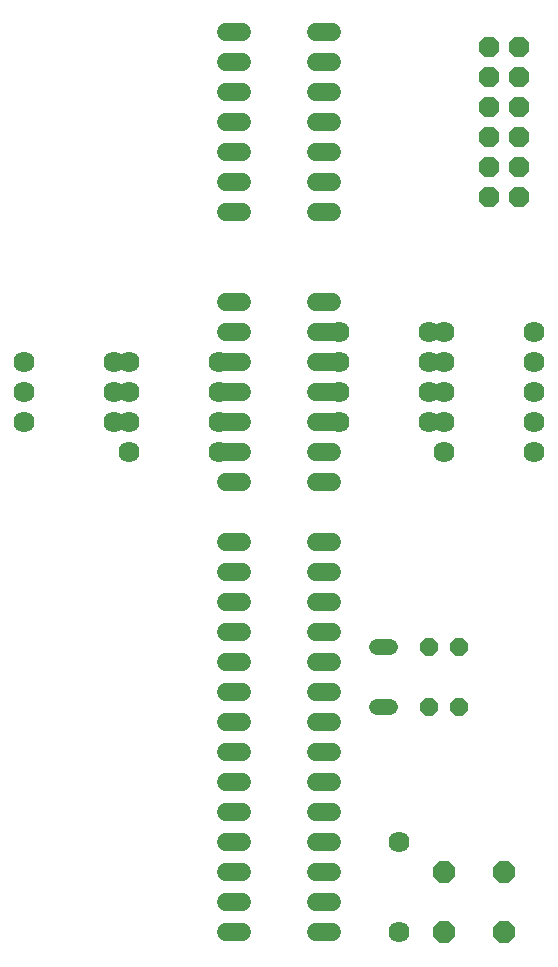
<source format=gbs>
G75*
%MOIN*%
%OFA0B0*%
%FSLAX24Y24*%
%IPPOS*%
%LPD*%
%AMOC8*
5,1,8,0,0,1.08239X$1,22.5*
%
%ADD10C,0.0600*%
%ADD11OC8,0.0680*%
%ADD12C,0.0520*%
%ADD13OC8,0.0740*%
%ADD14C,0.0705*%
%ADD15OC8,0.0600*%
D10*
X007840Y002317D02*
X008360Y002317D01*
X008360Y003317D02*
X007840Y003317D01*
X007840Y004317D02*
X008360Y004317D01*
X008360Y005317D02*
X007840Y005317D01*
X007840Y006317D02*
X008360Y006317D01*
X008360Y007317D02*
X007840Y007317D01*
X007840Y008317D02*
X008360Y008317D01*
X008360Y009317D02*
X007840Y009317D01*
X007840Y010317D02*
X008360Y010317D01*
X008360Y011317D02*
X007840Y011317D01*
X007840Y012317D02*
X008360Y012317D01*
X008360Y013317D02*
X007840Y013317D01*
X007840Y014317D02*
X008360Y014317D01*
X008360Y015317D02*
X007840Y015317D01*
X007840Y017317D02*
X008360Y017317D01*
X008360Y018317D02*
X007840Y018317D01*
X007840Y019317D02*
X008360Y019317D01*
X008360Y020317D02*
X007840Y020317D01*
X007840Y021317D02*
X008360Y021317D01*
X008360Y022317D02*
X007840Y022317D01*
X007840Y023317D02*
X008360Y023317D01*
X008360Y026317D02*
X007840Y026317D01*
X007840Y027317D02*
X008360Y027317D01*
X008360Y028317D02*
X007840Y028317D01*
X007840Y029317D02*
X008360Y029317D01*
X008360Y030317D02*
X007840Y030317D01*
X007840Y031317D02*
X008360Y031317D01*
X008360Y032317D02*
X007840Y032317D01*
X010840Y032317D02*
X011360Y032317D01*
X011360Y031317D02*
X010840Y031317D01*
X010840Y030317D02*
X011360Y030317D01*
X011360Y029317D02*
X010840Y029317D01*
X010840Y028317D02*
X011360Y028317D01*
X011360Y027317D02*
X010840Y027317D01*
X010840Y026317D02*
X011360Y026317D01*
X011360Y023317D02*
X010840Y023317D01*
X010840Y022317D02*
X011360Y022317D01*
X011360Y021317D02*
X010840Y021317D01*
X010840Y020317D02*
X011360Y020317D01*
X011360Y019317D02*
X010840Y019317D01*
X010840Y018317D02*
X011360Y018317D01*
X011360Y017317D02*
X010840Y017317D01*
X010840Y015317D02*
X011360Y015317D01*
X011360Y014317D02*
X010840Y014317D01*
X010840Y013317D02*
X011360Y013317D01*
X011360Y012317D02*
X010840Y012317D01*
X010840Y011317D02*
X011360Y011317D01*
X011360Y010317D02*
X010840Y010317D01*
X010840Y009317D02*
X011360Y009317D01*
X011360Y008317D02*
X010840Y008317D01*
X010840Y007317D02*
X011360Y007317D01*
X011360Y006317D02*
X010840Y006317D01*
X010840Y005317D02*
X011360Y005317D01*
X011360Y004317D02*
X010840Y004317D01*
X010840Y003317D02*
X011360Y003317D01*
X011360Y002317D02*
X010840Y002317D01*
D11*
X016600Y026817D03*
X016600Y027817D03*
X016600Y028817D03*
X016600Y029817D03*
X016600Y030817D03*
X016600Y031817D03*
X017600Y031817D03*
X017600Y030817D03*
X017600Y029817D03*
X017600Y028817D03*
X017600Y027817D03*
X017600Y026817D03*
D12*
X013320Y011817D02*
X012880Y011817D01*
X012880Y009817D02*
X013320Y009817D01*
D13*
X015100Y004317D03*
X015100Y002317D03*
X017100Y002317D03*
X017100Y004317D03*
D14*
X013600Y005317D03*
X013600Y002317D03*
X015100Y018317D03*
X015100Y019317D03*
X014600Y019317D03*
X014600Y020317D03*
X015100Y020317D03*
X015100Y021317D03*
X014600Y021317D03*
X014600Y022317D03*
X015100Y022317D03*
X018100Y022317D03*
X018100Y021317D03*
X018100Y020317D03*
X018100Y019317D03*
X018100Y018317D03*
X011600Y019317D03*
X011600Y020317D03*
X011600Y021317D03*
X011600Y022317D03*
X007600Y021317D03*
X007600Y020317D03*
X007600Y019317D03*
X007600Y018317D03*
X004600Y018317D03*
X004600Y019317D03*
X004100Y019317D03*
X004100Y020317D03*
X004600Y020317D03*
X004600Y021317D03*
X004100Y021317D03*
X001100Y021317D03*
X001100Y020317D03*
X001100Y019317D03*
D15*
X014600Y011817D03*
X015600Y011817D03*
X015600Y009817D03*
X014600Y009817D03*
M02*

</source>
